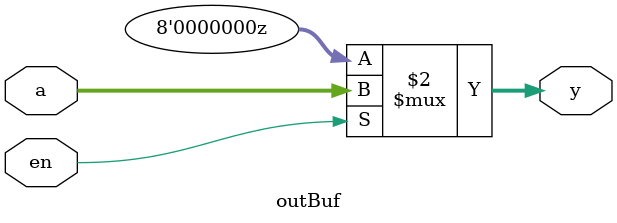
<source format=v>
`timescale 1ns / 1ps

module Datapath(
    input clk,
    input reset,
    input ASrcMuxSel,
    input ALoad,
    input OutPort,
    //
    output ALt10,
    output [7:0] o_OutPort
    );
    wire [7:0] w_MuxOut;
    wire [7:0] w_ARegOut;
    wire [7:0] w_AdderResult;

 mux_2x1 U_Mux (
    .sel(ASrcMuxSel),
    .x0(8'b0),
    .x1(w_AdderResult),
    .y(w_MuxOut)
);

register U_AReg (
    .clk(clk),
    .reset(reset),
    .load(ALoad),
    .d(w_MuxOut),
    //
    .q(w_ARegOut)
);

comparator U_Comp(
    .a(w_ARegOut),
    .b(8'd10),
    //
    .lt(ALt10)
);

adder U_Adder (
    .a(w_ARegOut),
    .b(8'd1),
    .y(w_AdderResult)
);

// removed this to remain output...!(in class lecture)
// outBuf U_OutPort (
//     .en(OutPort),
//     .a(w_ARegOut),
//     //
//     .y(o_OutPort)
// );

register U_OutPortReg (
    .clk(clk),
    .reset(reset),
    .load(OutPort),
    .d(w_ARegOut),
    //
    .q(o_OutPort)
);

// A_register U_outPort(
//     .clk(clk),
//     .rst(rst),
//     .load(Outport),
//     .d(w_AregOut), 
//     .q(o_Outport)
// );

endmodule


module mux_2x1 (
    input sel,
    input [7:0] x0,
    input [7:0] x1,
    output reg [7:0] y
);
    always @(*) begin
        case (sel)
            1'b0: y = x0; 
            1'b1: y = x1; 
        endcase
    end
endmodule

module register (
    input      clk,
    input      reset,
    input      load,
    input       [7:0] d,
    output reg  [7:0] q
);
    always @(posedge clk or posedge reset) begin
        if(reset) begin
            q <= 0;
        end else begin
            // load값이 1일때, d값이 q의 출력으로
            if(load) q <= d;
            else q <= q; // 자기자신 유지
        end
    end   
endmodule

module comparator (
    input   [7:0]     a,
    input   [7:0]     b,
    output  [7:0]    lt
);
    assign lt = (a<b) ? 1 : 0;
endmodule


module adder (
    input [7:0] a,
    input [7:0] b,
    output [7:0] y
);
    assign y = a+b;
endmodule

module outBuf (
    input en,
    input [7:0] a,
    output [7:0] y
);
    assign y = (en) ? a : 1'bz;
endmodule

</source>
